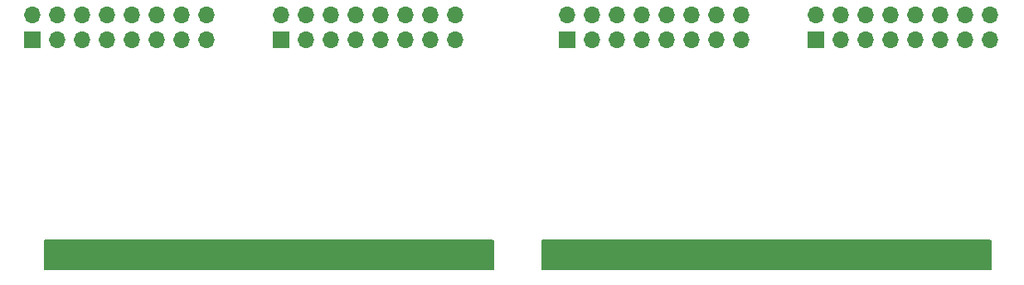
<source format=gts>
G04 #@! TF.GenerationSoftware,KiCad,Pcbnew,7.0.9*
G04 #@! TF.CreationDate,2024-01-22T22:05:04+01:00*
G04 #@! TF.ProjectId,simm72,73696d6d-3732-42e6-9b69-6361645f7063,A*
G04 #@! TF.SameCoordinates,Original*
G04 #@! TF.FileFunction,Soldermask,Top*
G04 #@! TF.FilePolarity,Negative*
%FSLAX46Y46*%
G04 Gerber Fmt 4.6, Leading zero omitted, Abs format (unit mm)*
G04 Created by KiCad (PCBNEW 7.0.9) date 2024-01-22 22:05:04*
%MOMM*%
%LPD*%
G01*
G04 APERTURE LIST*
%ADD10R,1.040000X2.540000*%
%ADD11R,1.700000X1.700000*%
%ADD12O,1.700000X1.700000*%
G04 APERTURE END LIST*
D10*
X57375000Y-113921000D03*
X58645000Y-113921000D03*
X59915000Y-113921000D03*
X61185000Y-113921000D03*
X62455000Y-113921000D03*
X63725000Y-113921000D03*
X64995000Y-113921000D03*
X66265000Y-113921000D03*
X67535000Y-113921000D03*
X68805000Y-113921000D03*
X70075000Y-113921000D03*
X71345000Y-113921000D03*
X72615000Y-113921000D03*
X73885000Y-113921000D03*
X75155000Y-113921000D03*
X76425000Y-113921000D03*
X77695000Y-113921000D03*
X78965000Y-113921000D03*
X80235000Y-113921000D03*
X81505000Y-113921000D03*
X82775000Y-113921000D03*
X84045000Y-113921000D03*
X85315000Y-113921000D03*
X86585000Y-113921000D03*
X87855000Y-113921000D03*
X89125000Y-113921000D03*
X90395000Y-113921000D03*
X91665000Y-113921000D03*
X92935000Y-113921000D03*
X94205000Y-113921000D03*
X95475000Y-113921000D03*
X96745000Y-113921000D03*
X98015000Y-113921000D03*
X99285000Y-113921000D03*
X100555000Y-113921000D03*
X101825000Y-113921000D03*
X108175000Y-113921000D03*
X109445000Y-113921000D03*
X110715000Y-113921000D03*
X111985000Y-113921000D03*
X113255000Y-113921000D03*
X114525000Y-113921000D03*
X115795000Y-113921000D03*
X117065000Y-113921000D03*
X118335000Y-113921000D03*
X119605000Y-113921000D03*
X120875000Y-113921000D03*
X122145000Y-113921000D03*
X123415000Y-113921000D03*
X124685000Y-113921000D03*
X125955000Y-113921000D03*
X127225000Y-113921000D03*
X128495000Y-113921000D03*
X129765000Y-113921000D03*
X131035000Y-113921000D03*
X132305000Y-113921000D03*
X133575000Y-113921000D03*
X134845000Y-113921000D03*
X136115000Y-113921000D03*
X137385000Y-113921000D03*
X138655000Y-113921000D03*
X139925000Y-113921000D03*
X141195000Y-113921000D03*
X142465000Y-113921000D03*
X143735000Y-113921000D03*
X145005000Y-113921000D03*
X146275000Y-113921000D03*
X147545000Y-113921000D03*
X148815000Y-113921000D03*
X150085000Y-113921000D03*
X151355000Y-113921000D03*
X152625000Y-113921000D03*
D11*
X55485000Y-91955000D03*
D12*
X55485000Y-89415000D03*
X58025000Y-91955000D03*
X58025000Y-89415000D03*
X60565000Y-91955000D03*
X60565000Y-89415000D03*
X63105000Y-91955000D03*
X63105000Y-89415000D03*
X65645000Y-91955000D03*
X65645000Y-89415000D03*
X68185000Y-91955000D03*
X68185000Y-89415000D03*
X70725000Y-91955000D03*
X70725000Y-89415000D03*
X73265000Y-91955000D03*
X73265000Y-89415000D03*
D11*
X80885000Y-91955000D03*
D12*
X80885000Y-89415000D03*
X83425000Y-91955000D03*
X83425000Y-89415000D03*
X85965000Y-91955000D03*
X85965000Y-89415000D03*
X88505000Y-91955000D03*
X88505000Y-89415000D03*
X91045000Y-91955000D03*
X91045000Y-89415000D03*
X93585000Y-91955000D03*
X93585000Y-89415000D03*
X96125000Y-91955000D03*
X96125000Y-89415000D03*
X98665000Y-91955000D03*
X98665000Y-89415000D03*
D11*
X135480000Y-91955000D03*
D12*
X135480000Y-89415000D03*
X138020000Y-91955000D03*
X138020000Y-89415000D03*
X140560000Y-91955000D03*
X140560000Y-89415000D03*
X143100000Y-91955000D03*
X143100000Y-89415000D03*
X145640000Y-91955000D03*
X145640000Y-89415000D03*
X148180000Y-91955000D03*
X148180000Y-89415000D03*
X150720000Y-91955000D03*
X150720000Y-89415000D03*
X153260000Y-91955000D03*
X153260000Y-89415000D03*
D11*
X110080000Y-91955000D03*
D12*
X110080000Y-89415000D03*
X112620000Y-91955000D03*
X112620000Y-89415000D03*
X115160000Y-91955000D03*
X115160000Y-89415000D03*
X117700000Y-91955000D03*
X117700000Y-89415000D03*
X120240000Y-91955000D03*
X120240000Y-89415000D03*
X122780000Y-91955000D03*
X122780000Y-89415000D03*
X125320000Y-91955000D03*
X125320000Y-89415000D03*
X127860000Y-91955000D03*
X127860000Y-89415000D03*
G36*
X102530039Y-112391285D02*
G01*
X102575794Y-112444089D01*
X102587000Y-112495600D01*
X102587000Y-115321000D01*
X102567315Y-115388039D01*
X102514511Y-115433794D01*
X102463000Y-115445000D01*
X56737000Y-115445000D01*
X56669961Y-115425315D01*
X56624206Y-115372511D01*
X56613000Y-115321000D01*
X56613000Y-112495600D01*
X56632685Y-112428561D01*
X56685489Y-112382806D01*
X56737000Y-112371600D01*
X102463000Y-112371600D01*
X102530039Y-112391285D01*
G37*
G36*
X153330039Y-112391285D02*
G01*
X153375794Y-112444089D01*
X153387000Y-112495600D01*
X153387000Y-115321000D01*
X153367315Y-115388039D01*
X153314511Y-115433794D01*
X153263000Y-115445000D01*
X107537000Y-115445000D01*
X107469961Y-115425315D01*
X107424206Y-115372511D01*
X107413000Y-115321000D01*
X107413000Y-112495600D01*
X107432685Y-112428561D01*
X107485489Y-112382806D01*
X107537000Y-112371600D01*
X153263000Y-112371600D01*
X153330039Y-112391285D01*
G37*
M02*

</source>
